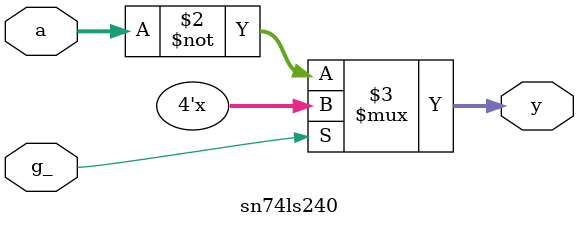
<source format=v>


module sn74ls240(a, y, g_);
parameter WIDTH=4;
input [WIDTH-1:0] a;
output [WIDTH-1:0] y;
input g_;

assign y = (g_==1'b0) ? ~a : {WIDTH{1'bz}};
endmodule

</source>
